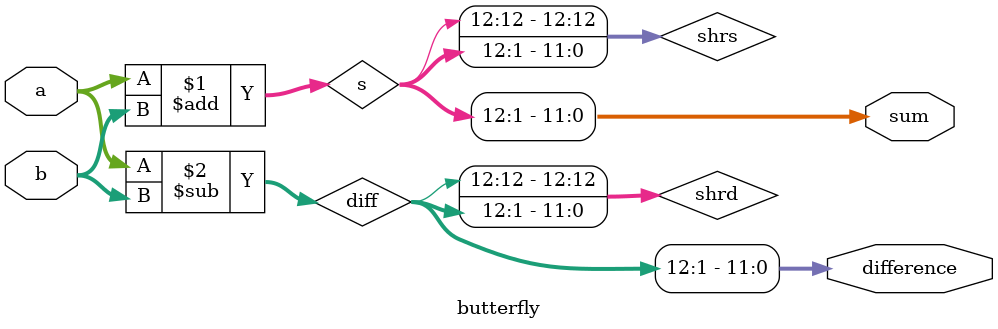
<source format=v>
module butterfly #(
    parameter width = 12,
    parameter stage = "stage1"
) (
    input signed [width-1:0]a,b,output reg signed [width-1:0] sum,difference
    );
    wire signed [width:0] s,diff;
    reg signed [width:0] shrs,shrd,rounds,roundd;
    reg rs,rd,ls,ld;
    assign s = a + b;
    assign diff = a - b;
    always @(*) begin
        case (stage)
            "stage1","stage3": begin
                shrs=s>>>1; // Arithmetic right shift by 1 
                shrd=diff>>>1; // Arithmetic right shift by 1 
                // there was no time to cover the nearest rounding so I used the flooring
                // rs=s[0]; // Rounding bit for sum
                // rd=diff[0]; // Rounding bit for difference
                // ls=shrs[0];
                // ld=shrd[0];
                // rounds=shrs + (rs&ls); // Rounding for sum
                // roundd=shrd + (rd&ld); // Rounding for difference
                // sum = rounds[width-1:0]; // Assign the rounded sum to output
                // difference = roundd[width-1:0]; // Assign the rounded difference to
                sum = shrs[width-1:0]; 
                difference = shrd[width-1:0];
            end
            "stage2","stage4": begin
                sum = s[width-1:0]; 
                difference = diff[width-1:0]; 
            end
            default: begin
                sum = 0;
                difference = 0;
            end
        endcase
    end
endmodule
</source>
